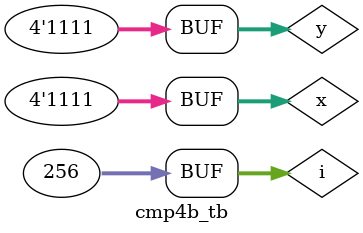
<source format=v>
module cmp2b(input [1:0]x,input [1:0]y,output reg eq, output reg lt, output reg gt);
  always@(*)begin
    gt=0;lt=0;eq=0;
    if(x>y)begin
      gt=1;
    end
    else if(x<y)begin
      lt=1;
    end
    else begin
      eq=1;
    end
  end
endmodule

module cmp4b(input[3:0]x,input [3:0]y,output reg eq, output reg lt, output reg gt);
  wire eq_low, lt_low, gt_low;
  wire eq_high, lt_high, gt_high;
  
  cmp2b cmp2_l(.x(x[1:0]),.y(y[1:0]),.eq(eq_low),.lt(lt_low),.gt(gt_low));
  cmp2b cmp2_h(.x(x[3:2]),.y(y[3:2]),.eq(eq_high),.lt(lt_high),.gt(gt_high));
  always@(*)begin
    if(eq_high && eq_low)begin
      eq=1;
      lt=0;
      gt=0;
    end
    if(lt_high || (eq_high && eq_low))begin
      eq=0;
      lt=1;
      gt=0;
    end
    else begin
      eq=0;
      lt=0;
      gt=1;
    end
  end
endmodule


module cmp4b_tb();
  reg [3:0]x;
  reg [3:0]y;
  wire eq;
  wire lt;
  wire gt; 
  
  cmp4b CUT(.x(x),.y(y),.eq(eq),.lt(lt),.gt(gt));
  
  integer i;
  initial begin
    {x,y}=0;
    $display("TIME\tX\tY\tEQ\tLT\tGT");
    $monitor("%0t\t%b\t%b\t%b\t%b\t%b",$time,x,y,eq,lt,gt);
    for(i=1;i<256;i=i+1)begin
      #10 {x,y}=i;
    end
  end
endmodule
</source>
